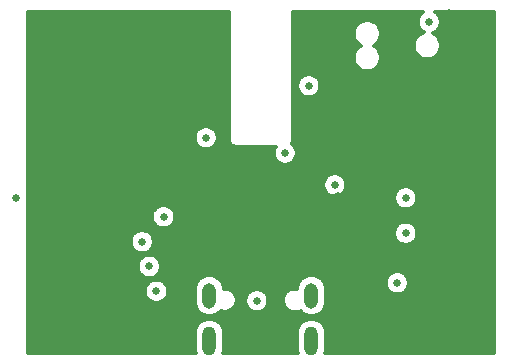
<source format=gbr>
%TF.GenerationSoftware,KiCad,Pcbnew,5.1.10-88a1d61d58~90~ubuntu20.04.1*%
%TF.CreationDate,2021-08-17T16:43:52+02:00*%
%TF.ProjectId,s1-ecg-demo,73312d65-6367-42d6-9465-6d6f2e6b6963,1*%
%TF.SameCoordinates,Original*%
%TF.FileFunction,Copper,L3,Inr*%
%TF.FilePolarity,Positive*%
%FSLAX46Y46*%
G04 Gerber Fmt 4.6, Leading zero omitted, Abs format (unit mm)*
G04 Created by KiCad (PCBNEW 5.1.10-88a1d61d58~90~ubuntu20.04.1) date 2021-08-17 16:43:52*
%MOMM*%
%LPD*%
G01*
G04 APERTURE LIST*
%TA.AperFunction,ComponentPad*%
%ADD10O,1.158000X2.458000*%
%TD*%
%TA.AperFunction,ComponentPad*%
%ADD11O,1.158000X2.158000*%
%TD*%
%TA.AperFunction,ViaPad*%
%ADD12C,0.650000*%
%TD*%
%TA.AperFunction,Conductor*%
%ADD13C,0.300000*%
%TD*%
%TA.AperFunction,Conductor*%
%ADD14C,0.100000*%
%TD*%
G04 APERTURE END LIST*
D10*
%TO.N,*%
%TO.C,J4*%
X134779998Y-116996000D03*
D11*
X134779998Y-113170999D03*
D10*
X143420001Y-116996000D03*
D11*
X143419601Y-113170999D03*
%TD*%
D12*
%TO.N,/ECG_OUT*%
X150700000Y-112100000D03*
%TO.N,GND*%
X122300000Y-89300000D03*
X129300000Y-89300000D03*
X135300000Y-89300000D03*
X143200000Y-97500000D03*
X136000000Y-111300000D03*
X145700000Y-104700000D03*
X135000000Y-92700000D03*
X143200000Y-92700000D03*
X143200000Y-89300000D03*
X149400000Y-90000000D03*
X147300000Y-100800000D03*
X125400000Y-94700000D03*
X126500000Y-96500000D03*
X124300000Y-96500000D03*
X125500000Y-98500000D03*
X141300000Y-109500000D03*
X141300000Y-106500000D03*
X141300000Y-103500000D03*
X120300000Y-91700000D03*
X120300000Y-107700000D03*
X122300000Y-117700000D03*
X120300000Y-115700000D03*
X120300000Y-99700000D03*
X129300000Y-117700000D03*
X155300000Y-117700000D03*
X147300000Y-117700000D03*
X155100000Y-89200000D03*
X157900000Y-92000000D03*
X157900000Y-99700000D03*
X157800000Y-107300000D03*
X157800000Y-115500000D03*
X142200000Y-111300000D03*
%TO.N,+1V8*%
X143200000Y-95399994D03*
X153399981Y-90000019D03*
X145399994Y-103800000D03*
%TO.N,/VBUS*%
X138800000Y-113600000D03*
X134500000Y-99800000D03*
%TO.N,/VBAT*%
X141200000Y-101100008D03*
%TO.N,/LED2*%
X129100000Y-108600000D03*
%TO.N,/LED3*%
X129700000Y-110700000D03*
%TO.N,/LED4*%
X130300000Y-112800000D03*
%TO.N,/LED1*%
X130900000Y-106500000D03*
%TO.N,Net-(J1-Pad1)*%
X118400000Y-104900000D03*
X151400000Y-104900000D03*
%TO.N,Net-(J3-Pad1)*%
X151400000Y-107900000D03*
%TD*%
D13*
%TO.N,GND*%
X136425000Y-99866841D02*
X136421734Y-99900000D01*
X136434767Y-100032323D01*
X136473364Y-100159561D01*
X136536042Y-100276824D01*
X136620394Y-100379606D01*
X136723176Y-100463958D01*
X136840439Y-100526636D01*
X136967677Y-100565233D01*
X137100000Y-100578266D01*
X137133159Y-100575000D01*
X140378176Y-100575000D01*
X140335966Y-100638172D01*
X140262468Y-100815611D01*
X140225000Y-101003979D01*
X140225000Y-101196037D01*
X140262468Y-101384405D01*
X140335966Y-101561844D01*
X140442668Y-101721535D01*
X140578473Y-101857340D01*
X140738164Y-101964042D01*
X140915603Y-102037540D01*
X141103971Y-102075008D01*
X141296029Y-102075008D01*
X141484397Y-102037540D01*
X141661836Y-101964042D01*
X141821527Y-101857340D01*
X141957332Y-101721535D01*
X142064034Y-101561844D01*
X142137532Y-101384405D01*
X142175000Y-101196037D01*
X142175000Y-101003979D01*
X142137532Y-100815611D01*
X142064034Y-100638172D01*
X141957332Y-100478481D01*
X141821527Y-100342676D01*
X141749443Y-100294511D01*
X141763958Y-100276824D01*
X141826636Y-100159561D01*
X141865233Y-100032323D01*
X141878266Y-99900000D01*
X141875000Y-99866841D01*
X141875000Y-95303965D01*
X142225000Y-95303965D01*
X142225000Y-95496023D01*
X142262468Y-95684391D01*
X142335966Y-95861830D01*
X142442668Y-96021521D01*
X142578473Y-96157326D01*
X142738164Y-96264028D01*
X142915603Y-96337526D01*
X143103971Y-96374994D01*
X143296029Y-96374994D01*
X143484397Y-96337526D01*
X143661836Y-96264028D01*
X143821527Y-96157326D01*
X143957332Y-96021521D01*
X144064034Y-95861830D01*
X144137532Y-95684391D01*
X144175000Y-95496023D01*
X144175000Y-95303965D01*
X144137532Y-95115597D01*
X144064034Y-94938158D01*
X143957332Y-94778467D01*
X143821527Y-94642662D01*
X143661836Y-94535960D01*
X143484397Y-94462462D01*
X143296029Y-94424994D01*
X143103971Y-94424994D01*
X142915603Y-94462462D01*
X142738164Y-94535960D01*
X142578473Y-94642662D01*
X142442668Y-94778467D01*
X142335966Y-94938158D01*
X142262468Y-95115597D01*
X142225000Y-95303965D01*
X141875000Y-95303965D01*
X141875000Y-90871198D01*
X147014700Y-90871198D01*
X147014700Y-91096802D01*
X147058713Y-91318072D01*
X147145048Y-91526503D01*
X147270387Y-91714086D01*
X147429914Y-91873613D01*
X147617497Y-91998952D01*
X147620027Y-92000000D01*
X147617497Y-92001048D01*
X147429914Y-92126387D01*
X147270387Y-92285914D01*
X147145048Y-92473497D01*
X147058713Y-92681928D01*
X147014700Y-92903198D01*
X147014700Y-93128802D01*
X147058713Y-93350072D01*
X147145048Y-93558503D01*
X147270387Y-93746086D01*
X147429914Y-93905613D01*
X147617497Y-94030952D01*
X147825928Y-94117287D01*
X148047198Y-94161300D01*
X148272802Y-94161300D01*
X148494072Y-94117287D01*
X148702503Y-94030952D01*
X148890086Y-93905613D01*
X149049613Y-93746086D01*
X149174952Y-93558503D01*
X149261287Y-93350072D01*
X149305300Y-93128802D01*
X149305300Y-92903198D01*
X149261287Y-92681928D01*
X149174952Y-92473497D01*
X149049613Y-92285914D01*
X148890086Y-92126387D01*
X148702503Y-92001048D01*
X148699973Y-92000000D01*
X148702503Y-91998952D01*
X148890086Y-91873613D01*
X149049613Y-91714086D01*
X149174952Y-91526503D01*
X149261287Y-91318072D01*
X149305300Y-91096802D01*
X149305300Y-90871198D01*
X149261287Y-90649928D01*
X149174952Y-90441497D01*
X149049613Y-90253914D01*
X148890086Y-90094387D01*
X148702503Y-89969048D01*
X148494072Y-89882713D01*
X148272802Y-89838700D01*
X148047198Y-89838700D01*
X147825928Y-89882713D01*
X147617497Y-89969048D01*
X147429914Y-90094387D01*
X147270387Y-90253914D01*
X147145048Y-90441497D01*
X147058713Y-90649928D01*
X147014700Y-90871198D01*
X141875000Y-90871198D01*
X141875000Y-89175000D01*
X152879755Y-89175000D01*
X152778454Y-89242687D01*
X152642649Y-89378492D01*
X152535947Y-89538183D01*
X152462449Y-89715622D01*
X152424981Y-89903990D01*
X152424981Y-90096048D01*
X152462449Y-90284416D01*
X152535947Y-90461855D01*
X152642649Y-90621546D01*
X152778454Y-90757351D01*
X152938145Y-90864053D01*
X152984223Y-90883139D01*
X152905928Y-90898713D01*
X152697497Y-90985048D01*
X152509914Y-91110387D01*
X152350387Y-91269914D01*
X152225048Y-91457497D01*
X152138713Y-91665928D01*
X152094700Y-91887198D01*
X152094700Y-92112802D01*
X152138713Y-92334072D01*
X152225048Y-92542503D01*
X152350387Y-92730086D01*
X152509914Y-92889613D01*
X152697497Y-93014952D01*
X152905928Y-93101287D01*
X153127198Y-93145300D01*
X153352802Y-93145300D01*
X153574072Y-93101287D01*
X153782503Y-93014952D01*
X153970086Y-92889613D01*
X154129613Y-92730086D01*
X154254952Y-92542503D01*
X154341287Y-92334072D01*
X154385300Y-92112802D01*
X154385300Y-91887198D01*
X154341287Y-91665928D01*
X154254952Y-91457497D01*
X154129613Y-91269914D01*
X153970086Y-91110387D01*
X153782503Y-90985048D01*
X153673202Y-90939774D01*
X153684378Y-90937551D01*
X153861817Y-90864053D01*
X154021508Y-90757351D01*
X154157313Y-90621546D01*
X154264015Y-90461855D01*
X154337513Y-90284416D01*
X154374981Y-90096048D01*
X154374981Y-89903990D01*
X154337513Y-89715622D01*
X154264015Y-89538183D01*
X154157313Y-89378492D01*
X154021508Y-89242687D01*
X153920207Y-89175000D01*
X158850000Y-89175000D01*
X158850000Y-118025000D01*
X144589333Y-118025000D01*
X144631218Y-117886926D01*
X144649001Y-117706371D01*
X144649001Y-116285629D01*
X144631218Y-116105074D01*
X144560942Y-115873407D01*
X144446821Y-115659901D01*
X144293240Y-115472761D01*
X144106099Y-115319180D01*
X143892593Y-115205059D01*
X143660926Y-115134783D01*
X143420001Y-115111054D01*
X143179075Y-115134783D01*
X142947408Y-115205059D01*
X142733902Y-115319180D01*
X142546762Y-115472761D01*
X142393181Y-115659902D01*
X142279060Y-115873408D01*
X142208784Y-116105075D01*
X142191001Y-116285630D01*
X142191001Y-117706371D01*
X142208784Y-117886926D01*
X142250669Y-118025000D01*
X135949330Y-118025000D01*
X135991215Y-117886926D01*
X136008998Y-117706371D01*
X136008998Y-116285629D01*
X135991215Y-116105074D01*
X135920939Y-115873407D01*
X135806818Y-115659901D01*
X135653237Y-115472761D01*
X135466096Y-115319180D01*
X135252590Y-115205059D01*
X135020923Y-115134783D01*
X134779998Y-115111054D01*
X134539072Y-115134783D01*
X134307405Y-115205059D01*
X134093899Y-115319180D01*
X133906759Y-115472761D01*
X133753178Y-115659902D01*
X133639057Y-115873408D01*
X133568781Y-116105075D01*
X133550998Y-116285630D01*
X133550998Y-117706371D01*
X133568781Y-117886926D01*
X133610666Y-118025000D01*
X119450000Y-118025000D01*
X119450000Y-112703971D01*
X129325000Y-112703971D01*
X129325000Y-112896029D01*
X129362468Y-113084397D01*
X129435966Y-113261836D01*
X129542668Y-113421527D01*
X129678473Y-113557332D01*
X129838164Y-113664034D01*
X130015603Y-113737532D01*
X130203971Y-113775000D01*
X130396029Y-113775000D01*
X130584397Y-113737532D01*
X130761836Y-113664034D01*
X130921527Y-113557332D01*
X131057332Y-113421527D01*
X131164034Y-113261836D01*
X131237532Y-113084397D01*
X131275000Y-112896029D01*
X131275000Y-112703971D01*
X131256434Y-112610629D01*
X133550998Y-112610629D01*
X133550998Y-113731370D01*
X133568781Y-113911925D01*
X133639057Y-114143592D01*
X133753179Y-114357098D01*
X133906760Y-114544238D01*
X134093900Y-114697819D01*
X134307406Y-114811940D01*
X134539073Y-114882216D01*
X134779998Y-114905945D01*
X135020924Y-114882216D01*
X135252591Y-114811940D01*
X135466097Y-114697819D01*
X135653237Y-114544238D01*
X135726710Y-114454711D01*
X135815603Y-114491532D01*
X136003971Y-114529000D01*
X136196029Y-114529000D01*
X136384397Y-114491532D01*
X136561836Y-114418034D01*
X136721527Y-114311332D01*
X136857332Y-114175527D01*
X136964034Y-114015836D01*
X137037532Y-113838397D01*
X137075000Y-113650029D01*
X137075000Y-113503971D01*
X137825000Y-113503971D01*
X137825000Y-113696029D01*
X137862468Y-113884397D01*
X137935966Y-114061836D01*
X138042668Y-114221527D01*
X138178473Y-114357332D01*
X138338164Y-114464034D01*
X138515603Y-114537532D01*
X138703971Y-114575000D01*
X138896029Y-114575000D01*
X139084397Y-114537532D01*
X139261836Y-114464034D01*
X139421527Y-114357332D01*
X139557332Y-114221527D01*
X139664034Y-114061836D01*
X139737532Y-113884397D01*
X139775000Y-113696029D01*
X139775000Y-113554001D01*
X141020282Y-113554001D01*
X141039107Y-113745134D01*
X141094859Y-113928922D01*
X141185394Y-114098303D01*
X141307234Y-114246766D01*
X141455697Y-114368606D01*
X141625078Y-114459141D01*
X141808866Y-114514893D01*
X141952107Y-114529001D01*
X142247891Y-114529001D01*
X142391132Y-114514893D01*
X142496139Y-114483039D01*
X142546363Y-114544238D01*
X142733503Y-114697819D01*
X142947009Y-114811940D01*
X143178676Y-114882216D01*
X143419601Y-114905945D01*
X143660527Y-114882216D01*
X143892194Y-114811940D01*
X144105700Y-114697819D01*
X144292840Y-114544238D01*
X144446421Y-114357098D01*
X144560542Y-114143592D01*
X144630818Y-113911925D01*
X144648601Y-113731370D01*
X144648601Y-112610628D01*
X144630818Y-112430073D01*
X144560542Y-112198406D01*
X144456615Y-112003971D01*
X149725000Y-112003971D01*
X149725000Y-112196029D01*
X149762468Y-112384397D01*
X149835966Y-112561836D01*
X149942668Y-112721527D01*
X150078473Y-112857332D01*
X150238164Y-112964034D01*
X150415603Y-113037532D01*
X150603971Y-113075000D01*
X150796029Y-113075000D01*
X150984397Y-113037532D01*
X151161836Y-112964034D01*
X151321527Y-112857332D01*
X151457332Y-112721527D01*
X151564034Y-112561836D01*
X151637532Y-112384397D01*
X151675000Y-112196029D01*
X151675000Y-112003971D01*
X151637532Y-111815603D01*
X151564034Y-111638164D01*
X151457332Y-111478473D01*
X151321527Y-111342668D01*
X151161836Y-111235966D01*
X150984397Y-111162468D01*
X150796029Y-111125000D01*
X150603971Y-111125000D01*
X150415603Y-111162468D01*
X150238164Y-111235966D01*
X150078473Y-111342668D01*
X149942668Y-111478473D01*
X149835966Y-111638164D01*
X149762468Y-111815603D01*
X149725000Y-112003971D01*
X144456615Y-112003971D01*
X144446421Y-111984900D01*
X144292840Y-111797760D01*
X144105699Y-111644179D01*
X143892193Y-111530058D01*
X143660526Y-111459782D01*
X143419601Y-111436053D01*
X143178675Y-111459782D01*
X142947008Y-111530058D01*
X142733502Y-111644179D01*
X142546362Y-111797760D01*
X142392781Y-111984901D01*
X142278660Y-112198407D01*
X142208384Y-112430074D01*
X142193716Y-112579001D01*
X141952107Y-112579001D01*
X141808866Y-112593109D01*
X141625078Y-112648861D01*
X141455697Y-112739396D01*
X141307234Y-112861236D01*
X141185394Y-113009699D01*
X141094859Y-113179080D01*
X141039107Y-113362868D01*
X141020282Y-113554001D01*
X139775000Y-113554001D01*
X139775000Y-113503971D01*
X139737532Y-113315603D01*
X139664034Y-113138164D01*
X139557332Y-112978473D01*
X139421527Y-112842668D01*
X139261836Y-112735966D01*
X139084397Y-112662468D01*
X138896029Y-112625000D01*
X138703971Y-112625000D01*
X138515603Y-112662468D01*
X138338164Y-112735966D01*
X138178473Y-112842668D01*
X138042668Y-112978473D01*
X137935966Y-113138164D01*
X137862468Y-113315603D01*
X137825000Y-113503971D01*
X137075000Y-113503971D01*
X137075000Y-113457971D01*
X137037532Y-113269603D01*
X136964034Y-113092164D01*
X136857332Y-112932473D01*
X136721527Y-112796668D01*
X136561836Y-112689966D01*
X136384397Y-112616468D01*
X136196029Y-112579000D01*
X136005883Y-112579000D01*
X135991215Y-112430073D01*
X135920939Y-112198406D01*
X135806818Y-111984900D01*
X135653237Y-111797760D01*
X135466096Y-111644179D01*
X135252590Y-111530058D01*
X135020923Y-111459782D01*
X134779998Y-111436053D01*
X134539072Y-111459782D01*
X134307405Y-111530058D01*
X134093899Y-111644179D01*
X133906759Y-111797760D01*
X133753178Y-111984901D01*
X133639057Y-112198407D01*
X133568781Y-112430074D01*
X133550998Y-112610629D01*
X131256434Y-112610629D01*
X131237532Y-112515603D01*
X131164034Y-112338164D01*
X131057332Y-112178473D01*
X130921527Y-112042668D01*
X130761836Y-111935966D01*
X130584397Y-111862468D01*
X130396029Y-111825000D01*
X130203971Y-111825000D01*
X130015603Y-111862468D01*
X129838164Y-111935966D01*
X129678473Y-112042668D01*
X129542668Y-112178473D01*
X129435966Y-112338164D01*
X129362468Y-112515603D01*
X129325000Y-112703971D01*
X119450000Y-112703971D01*
X119450000Y-110603971D01*
X128725000Y-110603971D01*
X128725000Y-110796029D01*
X128762468Y-110984397D01*
X128835966Y-111161836D01*
X128942668Y-111321527D01*
X129078473Y-111457332D01*
X129238164Y-111564034D01*
X129415603Y-111637532D01*
X129603971Y-111675000D01*
X129796029Y-111675000D01*
X129984397Y-111637532D01*
X130161836Y-111564034D01*
X130321527Y-111457332D01*
X130457332Y-111321527D01*
X130564034Y-111161836D01*
X130637532Y-110984397D01*
X130675000Y-110796029D01*
X130675000Y-110603971D01*
X130637532Y-110415603D01*
X130564034Y-110238164D01*
X130457332Y-110078473D01*
X130321527Y-109942668D01*
X130161836Y-109835966D01*
X129984397Y-109762468D01*
X129796029Y-109725000D01*
X129603971Y-109725000D01*
X129415603Y-109762468D01*
X129238164Y-109835966D01*
X129078473Y-109942668D01*
X128942668Y-110078473D01*
X128835966Y-110238164D01*
X128762468Y-110415603D01*
X128725000Y-110603971D01*
X119450000Y-110603971D01*
X119450000Y-108503971D01*
X128125000Y-108503971D01*
X128125000Y-108696029D01*
X128162468Y-108884397D01*
X128235966Y-109061836D01*
X128342668Y-109221527D01*
X128478473Y-109357332D01*
X128638164Y-109464034D01*
X128815603Y-109537532D01*
X129003971Y-109575000D01*
X129196029Y-109575000D01*
X129384397Y-109537532D01*
X129561836Y-109464034D01*
X129721527Y-109357332D01*
X129857332Y-109221527D01*
X129964034Y-109061836D01*
X130037532Y-108884397D01*
X130075000Y-108696029D01*
X130075000Y-108503971D01*
X130037532Y-108315603D01*
X129964034Y-108138164D01*
X129857332Y-107978473D01*
X129721527Y-107842668D01*
X129663613Y-107803971D01*
X150425000Y-107803971D01*
X150425000Y-107996029D01*
X150462468Y-108184397D01*
X150535966Y-108361836D01*
X150642668Y-108521527D01*
X150778473Y-108657332D01*
X150938164Y-108764034D01*
X151115603Y-108837532D01*
X151303971Y-108875000D01*
X151496029Y-108875000D01*
X151684397Y-108837532D01*
X151861836Y-108764034D01*
X152021527Y-108657332D01*
X152157332Y-108521527D01*
X152264034Y-108361836D01*
X152337532Y-108184397D01*
X152375000Y-107996029D01*
X152375000Y-107803971D01*
X152337532Y-107615603D01*
X152264034Y-107438164D01*
X152157332Y-107278473D01*
X152021527Y-107142668D01*
X151861836Y-107035966D01*
X151684397Y-106962468D01*
X151496029Y-106925000D01*
X151303971Y-106925000D01*
X151115603Y-106962468D01*
X150938164Y-107035966D01*
X150778473Y-107142668D01*
X150642668Y-107278473D01*
X150535966Y-107438164D01*
X150462468Y-107615603D01*
X150425000Y-107803971D01*
X129663613Y-107803971D01*
X129561836Y-107735966D01*
X129384397Y-107662468D01*
X129196029Y-107625000D01*
X129003971Y-107625000D01*
X128815603Y-107662468D01*
X128638164Y-107735966D01*
X128478473Y-107842668D01*
X128342668Y-107978473D01*
X128235966Y-108138164D01*
X128162468Y-108315603D01*
X128125000Y-108503971D01*
X119450000Y-108503971D01*
X119450000Y-106403971D01*
X129925000Y-106403971D01*
X129925000Y-106596029D01*
X129962468Y-106784397D01*
X130035966Y-106961836D01*
X130142668Y-107121527D01*
X130278473Y-107257332D01*
X130438164Y-107364034D01*
X130615603Y-107437532D01*
X130803971Y-107475000D01*
X130996029Y-107475000D01*
X131184397Y-107437532D01*
X131361836Y-107364034D01*
X131521527Y-107257332D01*
X131657332Y-107121527D01*
X131764034Y-106961836D01*
X131837532Y-106784397D01*
X131875000Y-106596029D01*
X131875000Y-106403971D01*
X131837532Y-106215603D01*
X131764034Y-106038164D01*
X131657332Y-105878473D01*
X131521527Y-105742668D01*
X131361836Y-105635966D01*
X131184397Y-105562468D01*
X130996029Y-105525000D01*
X130803971Y-105525000D01*
X130615603Y-105562468D01*
X130438164Y-105635966D01*
X130278473Y-105742668D01*
X130142668Y-105878473D01*
X130035966Y-106038164D01*
X129962468Y-106215603D01*
X129925000Y-106403971D01*
X119450000Y-106403971D01*
X119450000Y-104803971D01*
X150425000Y-104803971D01*
X150425000Y-104996029D01*
X150462468Y-105184397D01*
X150535966Y-105361836D01*
X150642668Y-105521527D01*
X150778473Y-105657332D01*
X150938164Y-105764034D01*
X151115603Y-105837532D01*
X151303971Y-105875000D01*
X151496029Y-105875000D01*
X151684397Y-105837532D01*
X151861836Y-105764034D01*
X152021527Y-105657332D01*
X152157332Y-105521527D01*
X152264034Y-105361836D01*
X152337532Y-105184397D01*
X152375000Y-104996029D01*
X152375000Y-104803971D01*
X152337532Y-104615603D01*
X152264034Y-104438164D01*
X152157332Y-104278473D01*
X152021527Y-104142668D01*
X151861836Y-104035966D01*
X151684397Y-103962468D01*
X151496029Y-103925000D01*
X151303971Y-103925000D01*
X151115603Y-103962468D01*
X150938164Y-104035966D01*
X150778473Y-104142668D01*
X150642668Y-104278473D01*
X150535966Y-104438164D01*
X150462468Y-104615603D01*
X150425000Y-104803971D01*
X119450000Y-104803971D01*
X119450000Y-103703971D01*
X144424994Y-103703971D01*
X144424994Y-103896029D01*
X144462462Y-104084397D01*
X144535960Y-104261836D01*
X144642662Y-104421527D01*
X144778467Y-104557332D01*
X144938158Y-104664034D01*
X145115597Y-104737532D01*
X145303965Y-104775000D01*
X145496023Y-104775000D01*
X145684391Y-104737532D01*
X145861830Y-104664034D01*
X146021521Y-104557332D01*
X146157326Y-104421527D01*
X146264028Y-104261836D01*
X146337526Y-104084397D01*
X146374994Y-103896029D01*
X146374994Y-103703971D01*
X146337526Y-103515603D01*
X146264028Y-103338164D01*
X146157326Y-103178473D01*
X146021521Y-103042668D01*
X145861830Y-102935966D01*
X145684391Y-102862468D01*
X145496023Y-102825000D01*
X145303965Y-102825000D01*
X145115597Y-102862468D01*
X144938158Y-102935966D01*
X144778467Y-103042668D01*
X144642662Y-103178473D01*
X144535960Y-103338164D01*
X144462462Y-103515603D01*
X144424994Y-103703971D01*
X119450000Y-103703971D01*
X119450000Y-99703971D01*
X133525000Y-99703971D01*
X133525000Y-99896029D01*
X133562468Y-100084397D01*
X133635966Y-100261836D01*
X133742668Y-100421527D01*
X133878473Y-100557332D01*
X134038164Y-100664034D01*
X134215603Y-100737532D01*
X134403971Y-100775000D01*
X134596029Y-100775000D01*
X134784397Y-100737532D01*
X134961836Y-100664034D01*
X135121527Y-100557332D01*
X135257332Y-100421527D01*
X135364034Y-100261836D01*
X135437532Y-100084397D01*
X135475000Y-99896029D01*
X135475000Y-99703971D01*
X135437532Y-99515603D01*
X135364034Y-99338164D01*
X135257332Y-99178473D01*
X135121527Y-99042668D01*
X134961836Y-98935966D01*
X134784397Y-98862468D01*
X134596029Y-98825000D01*
X134403971Y-98825000D01*
X134215603Y-98862468D01*
X134038164Y-98935966D01*
X133878473Y-99042668D01*
X133742668Y-99178473D01*
X133635966Y-99338164D01*
X133562468Y-99515603D01*
X133525000Y-99703971D01*
X119450000Y-99703971D01*
X119450000Y-89175000D01*
X136425001Y-89175000D01*
X136425000Y-99866841D01*
%TA.AperFunction,Conductor*%
D14*
G36*
X136425000Y-99866841D02*
G01*
X136421734Y-99900000D01*
X136434767Y-100032323D01*
X136473364Y-100159561D01*
X136536042Y-100276824D01*
X136620394Y-100379606D01*
X136723176Y-100463958D01*
X136840439Y-100526636D01*
X136967677Y-100565233D01*
X137100000Y-100578266D01*
X137133159Y-100575000D01*
X140378176Y-100575000D01*
X140335966Y-100638172D01*
X140262468Y-100815611D01*
X140225000Y-101003979D01*
X140225000Y-101196037D01*
X140262468Y-101384405D01*
X140335966Y-101561844D01*
X140442668Y-101721535D01*
X140578473Y-101857340D01*
X140738164Y-101964042D01*
X140915603Y-102037540D01*
X141103971Y-102075008D01*
X141296029Y-102075008D01*
X141484397Y-102037540D01*
X141661836Y-101964042D01*
X141821527Y-101857340D01*
X141957332Y-101721535D01*
X142064034Y-101561844D01*
X142137532Y-101384405D01*
X142175000Y-101196037D01*
X142175000Y-101003979D01*
X142137532Y-100815611D01*
X142064034Y-100638172D01*
X141957332Y-100478481D01*
X141821527Y-100342676D01*
X141749443Y-100294511D01*
X141763958Y-100276824D01*
X141826636Y-100159561D01*
X141865233Y-100032323D01*
X141878266Y-99900000D01*
X141875000Y-99866841D01*
X141875000Y-95303965D01*
X142225000Y-95303965D01*
X142225000Y-95496023D01*
X142262468Y-95684391D01*
X142335966Y-95861830D01*
X142442668Y-96021521D01*
X142578473Y-96157326D01*
X142738164Y-96264028D01*
X142915603Y-96337526D01*
X143103971Y-96374994D01*
X143296029Y-96374994D01*
X143484397Y-96337526D01*
X143661836Y-96264028D01*
X143821527Y-96157326D01*
X143957332Y-96021521D01*
X144064034Y-95861830D01*
X144137532Y-95684391D01*
X144175000Y-95496023D01*
X144175000Y-95303965D01*
X144137532Y-95115597D01*
X144064034Y-94938158D01*
X143957332Y-94778467D01*
X143821527Y-94642662D01*
X143661836Y-94535960D01*
X143484397Y-94462462D01*
X143296029Y-94424994D01*
X143103971Y-94424994D01*
X142915603Y-94462462D01*
X142738164Y-94535960D01*
X142578473Y-94642662D01*
X142442668Y-94778467D01*
X142335966Y-94938158D01*
X142262468Y-95115597D01*
X142225000Y-95303965D01*
X141875000Y-95303965D01*
X141875000Y-90871198D01*
X147014700Y-90871198D01*
X147014700Y-91096802D01*
X147058713Y-91318072D01*
X147145048Y-91526503D01*
X147270387Y-91714086D01*
X147429914Y-91873613D01*
X147617497Y-91998952D01*
X147620027Y-92000000D01*
X147617497Y-92001048D01*
X147429914Y-92126387D01*
X147270387Y-92285914D01*
X147145048Y-92473497D01*
X147058713Y-92681928D01*
X147014700Y-92903198D01*
X147014700Y-93128802D01*
X147058713Y-93350072D01*
X147145048Y-93558503D01*
X147270387Y-93746086D01*
X147429914Y-93905613D01*
X147617497Y-94030952D01*
X147825928Y-94117287D01*
X148047198Y-94161300D01*
X148272802Y-94161300D01*
X148494072Y-94117287D01*
X148702503Y-94030952D01*
X148890086Y-93905613D01*
X149049613Y-93746086D01*
X149174952Y-93558503D01*
X149261287Y-93350072D01*
X149305300Y-93128802D01*
X149305300Y-92903198D01*
X149261287Y-92681928D01*
X149174952Y-92473497D01*
X149049613Y-92285914D01*
X148890086Y-92126387D01*
X148702503Y-92001048D01*
X148699973Y-92000000D01*
X148702503Y-91998952D01*
X148890086Y-91873613D01*
X149049613Y-91714086D01*
X149174952Y-91526503D01*
X149261287Y-91318072D01*
X149305300Y-91096802D01*
X149305300Y-90871198D01*
X149261287Y-90649928D01*
X149174952Y-90441497D01*
X149049613Y-90253914D01*
X148890086Y-90094387D01*
X148702503Y-89969048D01*
X148494072Y-89882713D01*
X148272802Y-89838700D01*
X148047198Y-89838700D01*
X147825928Y-89882713D01*
X147617497Y-89969048D01*
X147429914Y-90094387D01*
X147270387Y-90253914D01*
X147145048Y-90441497D01*
X147058713Y-90649928D01*
X147014700Y-90871198D01*
X141875000Y-90871198D01*
X141875000Y-89175000D01*
X152879755Y-89175000D01*
X152778454Y-89242687D01*
X152642649Y-89378492D01*
X152535947Y-89538183D01*
X152462449Y-89715622D01*
X152424981Y-89903990D01*
X152424981Y-90096048D01*
X152462449Y-90284416D01*
X152535947Y-90461855D01*
X152642649Y-90621546D01*
X152778454Y-90757351D01*
X152938145Y-90864053D01*
X152984223Y-90883139D01*
X152905928Y-90898713D01*
X152697497Y-90985048D01*
X152509914Y-91110387D01*
X152350387Y-91269914D01*
X152225048Y-91457497D01*
X152138713Y-91665928D01*
X152094700Y-91887198D01*
X152094700Y-92112802D01*
X152138713Y-92334072D01*
X152225048Y-92542503D01*
X152350387Y-92730086D01*
X152509914Y-92889613D01*
X152697497Y-93014952D01*
X152905928Y-93101287D01*
X153127198Y-93145300D01*
X153352802Y-93145300D01*
X153574072Y-93101287D01*
X153782503Y-93014952D01*
X153970086Y-92889613D01*
X154129613Y-92730086D01*
X154254952Y-92542503D01*
X154341287Y-92334072D01*
X154385300Y-92112802D01*
X154385300Y-91887198D01*
X154341287Y-91665928D01*
X154254952Y-91457497D01*
X154129613Y-91269914D01*
X153970086Y-91110387D01*
X153782503Y-90985048D01*
X153673202Y-90939774D01*
X153684378Y-90937551D01*
X153861817Y-90864053D01*
X154021508Y-90757351D01*
X154157313Y-90621546D01*
X154264015Y-90461855D01*
X154337513Y-90284416D01*
X154374981Y-90096048D01*
X154374981Y-89903990D01*
X154337513Y-89715622D01*
X154264015Y-89538183D01*
X154157313Y-89378492D01*
X154021508Y-89242687D01*
X153920207Y-89175000D01*
X158850000Y-89175000D01*
X158850000Y-118025000D01*
X144589333Y-118025000D01*
X144631218Y-117886926D01*
X144649001Y-117706371D01*
X144649001Y-116285629D01*
X144631218Y-116105074D01*
X144560942Y-115873407D01*
X144446821Y-115659901D01*
X144293240Y-115472761D01*
X144106099Y-115319180D01*
X143892593Y-115205059D01*
X143660926Y-115134783D01*
X143420001Y-115111054D01*
X143179075Y-115134783D01*
X142947408Y-115205059D01*
X142733902Y-115319180D01*
X142546762Y-115472761D01*
X142393181Y-115659902D01*
X142279060Y-115873408D01*
X142208784Y-116105075D01*
X142191001Y-116285630D01*
X142191001Y-117706371D01*
X142208784Y-117886926D01*
X142250669Y-118025000D01*
X135949330Y-118025000D01*
X135991215Y-117886926D01*
X136008998Y-117706371D01*
X136008998Y-116285629D01*
X135991215Y-116105074D01*
X135920939Y-115873407D01*
X135806818Y-115659901D01*
X135653237Y-115472761D01*
X135466096Y-115319180D01*
X135252590Y-115205059D01*
X135020923Y-115134783D01*
X134779998Y-115111054D01*
X134539072Y-115134783D01*
X134307405Y-115205059D01*
X134093899Y-115319180D01*
X133906759Y-115472761D01*
X133753178Y-115659902D01*
X133639057Y-115873408D01*
X133568781Y-116105075D01*
X133550998Y-116285630D01*
X133550998Y-117706371D01*
X133568781Y-117886926D01*
X133610666Y-118025000D01*
X119450000Y-118025000D01*
X119450000Y-112703971D01*
X129325000Y-112703971D01*
X129325000Y-112896029D01*
X129362468Y-113084397D01*
X129435966Y-113261836D01*
X129542668Y-113421527D01*
X129678473Y-113557332D01*
X129838164Y-113664034D01*
X130015603Y-113737532D01*
X130203971Y-113775000D01*
X130396029Y-113775000D01*
X130584397Y-113737532D01*
X130761836Y-113664034D01*
X130921527Y-113557332D01*
X131057332Y-113421527D01*
X131164034Y-113261836D01*
X131237532Y-113084397D01*
X131275000Y-112896029D01*
X131275000Y-112703971D01*
X131256434Y-112610629D01*
X133550998Y-112610629D01*
X133550998Y-113731370D01*
X133568781Y-113911925D01*
X133639057Y-114143592D01*
X133753179Y-114357098D01*
X133906760Y-114544238D01*
X134093900Y-114697819D01*
X134307406Y-114811940D01*
X134539073Y-114882216D01*
X134779998Y-114905945D01*
X135020924Y-114882216D01*
X135252591Y-114811940D01*
X135466097Y-114697819D01*
X135653237Y-114544238D01*
X135726710Y-114454711D01*
X135815603Y-114491532D01*
X136003971Y-114529000D01*
X136196029Y-114529000D01*
X136384397Y-114491532D01*
X136561836Y-114418034D01*
X136721527Y-114311332D01*
X136857332Y-114175527D01*
X136964034Y-114015836D01*
X137037532Y-113838397D01*
X137075000Y-113650029D01*
X137075000Y-113503971D01*
X137825000Y-113503971D01*
X137825000Y-113696029D01*
X137862468Y-113884397D01*
X137935966Y-114061836D01*
X138042668Y-114221527D01*
X138178473Y-114357332D01*
X138338164Y-114464034D01*
X138515603Y-114537532D01*
X138703971Y-114575000D01*
X138896029Y-114575000D01*
X139084397Y-114537532D01*
X139261836Y-114464034D01*
X139421527Y-114357332D01*
X139557332Y-114221527D01*
X139664034Y-114061836D01*
X139737532Y-113884397D01*
X139775000Y-113696029D01*
X139775000Y-113554001D01*
X141020282Y-113554001D01*
X141039107Y-113745134D01*
X141094859Y-113928922D01*
X141185394Y-114098303D01*
X141307234Y-114246766D01*
X141455697Y-114368606D01*
X141625078Y-114459141D01*
X141808866Y-114514893D01*
X141952107Y-114529001D01*
X142247891Y-114529001D01*
X142391132Y-114514893D01*
X142496139Y-114483039D01*
X142546363Y-114544238D01*
X142733503Y-114697819D01*
X142947009Y-114811940D01*
X143178676Y-114882216D01*
X143419601Y-114905945D01*
X143660527Y-114882216D01*
X143892194Y-114811940D01*
X144105700Y-114697819D01*
X144292840Y-114544238D01*
X144446421Y-114357098D01*
X144560542Y-114143592D01*
X144630818Y-113911925D01*
X144648601Y-113731370D01*
X144648601Y-112610628D01*
X144630818Y-112430073D01*
X144560542Y-112198406D01*
X144456615Y-112003971D01*
X149725000Y-112003971D01*
X149725000Y-112196029D01*
X149762468Y-112384397D01*
X149835966Y-112561836D01*
X149942668Y-112721527D01*
X150078473Y-112857332D01*
X150238164Y-112964034D01*
X150415603Y-113037532D01*
X150603971Y-113075000D01*
X150796029Y-113075000D01*
X150984397Y-113037532D01*
X151161836Y-112964034D01*
X151321527Y-112857332D01*
X151457332Y-112721527D01*
X151564034Y-112561836D01*
X151637532Y-112384397D01*
X151675000Y-112196029D01*
X151675000Y-112003971D01*
X151637532Y-111815603D01*
X151564034Y-111638164D01*
X151457332Y-111478473D01*
X151321527Y-111342668D01*
X151161836Y-111235966D01*
X150984397Y-111162468D01*
X150796029Y-111125000D01*
X150603971Y-111125000D01*
X150415603Y-111162468D01*
X150238164Y-111235966D01*
X150078473Y-111342668D01*
X149942668Y-111478473D01*
X149835966Y-111638164D01*
X149762468Y-111815603D01*
X149725000Y-112003971D01*
X144456615Y-112003971D01*
X144446421Y-111984900D01*
X144292840Y-111797760D01*
X144105699Y-111644179D01*
X143892193Y-111530058D01*
X143660526Y-111459782D01*
X143419601Y-111436053D01*
X143178675Y-111459782D01*
X142947008Y-111530058D01*
X142733502Y-111644179D01*
X142546362Y-111797760D01*
X142392781Y-111984901D01*
X142278660Y-112198407D01*
X142208384Y-112430074D01*
X142193716Y-112579001D01*
X141952107Y-112579001D01*
X141808866Y-112593109D01*
X141625078Y-112648861D01*
X141455697Y-112739396D01*
X141307234Y-112861236D01*
X141185394Y-113009699D01*
X141094859Y-113179080D01*
X141039107Y-113362868D01*
X141020282Y-113554001D01*
X139775000Y-113554001D01*
X139775000Y-113503971D01*
X139737532Y-113315603D01*
X139664034Y-113138164D01*
X139557332Y-112978473D01*
X139421527Y-112842668D01*
X139261836Y-112735966D01*
X139084397Y-112662468D01*
X138896029Y-112625000D01*
X138703971Y-112625000D01*
X138515603Y-112662468D01*
X138338164Y-112735966D01*
X138178473Y-112842668D01*
X138042668Y-112978473D01*
X137935966Y-113138164D01*
X137862468Y-113315603D01*
X137825000Y-113503971D01*
X137075000Y-113503971D01*
X137075000Y-113457971D01*
X137037532Y-113269603D01*
X136964034Y-113092164D01*
X136857332Y-112932473D01*
X136721527Y-112796668D01*
X136561836Y-112689966D01*
X136384397Y-112616468D01*
X136196029Y-112579000D01*
X136005883Y-112579000D01*
X135991215Y-112430073D01*
X135920939Y-112198406D01*
X135806818Y-111984900D01*
X135653237Y-111797760D01*
X135466096Y-111644179D01*
X135252590Y-111530058D01*
X135020923Y-111459782D01*
X134779998Y-111436053D01*
X134539072Y-111459782D01*
X134307405Y-111530058D01*
X134093899Y-111644179D01*
X133906759Y-111797760D01*
X133753178Y-111984901D01*
X133639057Y-112198407D01*
X133568781Y-112430074D01*
X133550998Y-112610629D01*
X131256434Y-112610629D01*
X131237532Y-112515603D01*
X131164034Y-112338164D01*
X131057332Y-112178473D01*
X130921527Y-112042668D01*
X130761836Y-111935966D01*
X130584397Y-111862468D01*
X130396029Y-111825000D01*
X130203971Y-111825000D01*
X130015603Y-111862468D01*
X129838164Y-111935966D01*
X129678473Y-112042668D01*
X129542668Y-112178473D01*
X129435966Y-112338164D01*
X129362468Y-112515603D01*
X129325000Y-112703971D01*
X119450000Y-112703971D01*
X119450000Y-110603971D01*
X128725000Y-110603971D01*
X128725000Y-110796029D01*
X128762468Y-110984397D01*
X128835966Y-111161836D01*
X128942668Y-111321527D01*
X129078473Y-111457332D01*
X129238164Y-111564034D01*
X129415603Y-111637532D01*
X129603971Y-111675000D01*
X129796029Y-111675000D01*
X129984397Y-111637532D01*
X130161836Y-111564034D01*
X130321527Y-111457332D01*
X130457332Y-111321527D01*
X130564034Y-111161836D01*
X130637532Y-110984397D01*
X130675000Y-110796029D01*
X130675000Y-110603971D01*
X130637532Y-110415603D01*
X130564034Y-110238164D01*
X130457332Y-110078473D01*
X130321527Y-109942668D01*
X130161836Y-109835966D01*
X129984397Y-109762468D01*
X129796029Y-109725000D01*
X129603971Y-109725000D01*
X129415603Y-109762468D01*
X129238164Y-109835966D01*
X129078473Y-109942668D01*
X128942668Y-110078473D01*
X128835966Y-110238164D01*
X128762468Y-110415603D01*
X128725000Y-110603971D01*
X119450000Y-110603971D01*
X119450000Y-108503971D01*
X128125000Y-108503971D01*
X128125000Y-108696029D01*
X128162468Y-108884397D01*
X128235966Y-109061836D01*
X128342668Y-109221527D01*
X128478473Y-109357332D01*
X128638164Y-109464034D01*
X128815603Y-109537532D01*
X129003971Y-109575000D01*
X129196029Y-109575000D01*
X129384397Y-109537532D01*
X129561836Y-109464034D01*
X129721527Y-109357332D01*
X129857332Y-109221527D01*
X129964034Y-109061836D01*
X130037532Y-108884397D01*
X130075000Y-108696029D01*
X130075000Y-108503971D01*
X130037532Y-108315603D01*
X129964034Y-108138164D01*
X129857332Y-107978473D01*
X129721527Y-107842668D01*
X129663613Y-107803971D01*
X150425000Y-107803971D01*
X150425000Y-107996029D01*
X150462468Y-108184397D01*
X150535966Y-108361836D01*
X150642668Y-108521527D01*
X150778473Y-108657332D01*
X150938164Y-108764034D01*
X151115603Y-108837532D01*
X151303971Y-108875000D01*
X151496029Y-108875000D01*
X151684397Y-108837532D01*
X151861836Y-108764034D01*
X152021527Y-108657332D01*
X152157332Y-108521527D01*
X152264034Y-108361836D01*
X152337532Y-108184397D01*
X152375000Y-107996029D01*
X152375000Y-107803971D01*
X152337532Y-107615603D01*
X152264034Y-107438164D01*
X152157332Y-107278473D01*
X152021527Y-107142668D01*
X151861836Y-107035966D01*
X151684397Y-106962468D01*
X151496029Y-106925000D01*
X151303971Y-106925000D01*
X151115603Y-106962468D01*
X150938164Y-107035966D01*
X150778473Y-107142668D01*
X150642668Y-107278473D01*
X150535966Y-107438164D01*
X150462468Y-107615603D01*
X150425000Y-107803971D01*
X129663613Y-107803971D01*
X129561836Y-107735966D01*
X129384397Y-107662468D01*
X129196029Y-107625000D01*
X129003971Y-107625000D01*
X128815603Y-107662468D01*
X128638164Y-107735966D01*
X128478473Y-107842668D01*
X128342668Y-107978473D01*
X128235966Y-108138164D01*
X128162468Y-108315603D01*
X128125000Y-108503971D01*
X119450000Y-108503971D01*
X119450000Y-106403971D01*
X129925000Y-106403971D01*
X129925000Y-106596029D01*
X129962468Y-106784397D01*
X130035966Y-106961836D01*
X130142668Y-107121527D01*
X130278473Y-107257332D01*
X130438164Y-107364034D01*
X130615603Y-107437532D01*
X130803971Y-107475000D01*
X130996029Y-107475000D01*
X131184397Y-107437532D01*
X131361836Y-107364034D01*
X131521527Y-107257332D01*
X131657332Y-107121527D01*
X131764034Y-106961836D01*
X131837532Y-106784397D01*
X131875000Y-106596029D01*
X131875000Y-106403971D01*
X131837532Y-106215603D01*
X131764034Y-106038164D01*
X131657332Y-105878473D01*
X131521527Y-105742668D01*
X131361836Y-105635966D01*
X131184397Y-105562468D01*
X130996029Y-105525000D01*
X130803971Y-105525000D01*
X130615603Y-105562468D01*
X130438164Y-105635966D01*
X130278473Y-105742668D01*
X130142668Y-105878473D01*
X130035966Y-106038164D01*
X129962468Y-106215603D01*
X129925000Y-106403971D01*
X119450000Y-106403971D01*
X119450000Y-104803971D01*
X150425000Y-104803971D01*
X150425000Y-104996029D01*
X150462468Y-105184397D01*
X150535966Y-105361836D01*
X150642668Y-105521527D01*
X150778473Y-105657332D01*
X150938164Y-105764034D01*
X151115603Y-105837532D01*
X151303971Y-105875000D01*
X151496029Y-105875000D01*
X151684397Y-105837532D01*
X151861836Y-105764034D01*
X152021527Y-105657332D01*
X152157332Y-105521527D01*
X152264034Y-105361836D01*
X152337532Y-105184397D01*
X152375000Y-104996029D01*
X152375000Y-104803971D01*
X152337532Y-104615603D01*
X152264034Y-104438164D01*
X152157332Y-104278473D01*
X152021527Y-104142668D01*
X151861836Y-104035966D01*
X151684397Y-103962468D01*
X151496029Y-103925000D01*
X151303971Y-103925000D01*
X151115603Y-103962468D01*
X150938164Y-104035966D01*
X150778473Y-104142668D01*
X150642668Y-104278473D01*
X150535966Y-104438164D01*
X150462468Y-104615603D01*
X150425000Y-104803971D01*
X119450000Y-104803971D01*
X119450000Y-103703971D01*
X144424994Y-103703971D01*
X144424994Y-103896029D01*
X144462462Y-104084397D01*
X144535960Y-104261836D01*
X144642662Y-104421527D01*
X144778467Y-104557332D01*
X144938158Y-104664034D01*
X145115597Y-104737532D01*
X145303965Y-104775000D01*
X145496023Y-104775000D01*
X145684391Y-104737532D01*
X145861830Y-104664034D01*
X146021521Y-104557332D01*
X146157326Y-104421527D01*
X146264028Y-104261836D01*
X146337526Y-104084397D01*
X146374994Y-103896029D01*
X146374994Y-103703971D01*
X146337526Y-103515603D01*
X146264028Y-103338164D01*
X146157326Y-103178473D01*
X146021521Y-103042668D01*
X145861830Y-102935966D01*
X145684391Y-102862468D01*
X145496023Y-102825000D01*
X145303965Y-102825000D01*
X145115597Y-102862468D01*
X144938158Y-102935966D01*
X144778467Y-103042668D01*
X144642662Y-103178473D01*
X144535960Y-103338164D01*
X144462462Y-103515603D01*
X144424994Y-103703971D01*
X119450000Y-103703971D01*
X119450000Y-99703971D01*
X133525000Y-99703971D01*
X133525000Y-99896029D01*
X133562468Y-100084397D01*
X133635966Y-100261836D01*
X133742668Y-100421527D01*
X133878473Y-100557332D01*
X134038164Y-100664034D01*
X134215603Y-100737532D01*
X134403971Y-100775000D01*
X134596029Y-100775000D01*
X134784397Y-100737532D01*
X134961836Y-100664034D01*
X135121527Y-100557332D01*
X135257332Y-100421527D01*
X135364034Y-100261836D01*
X135437532Y-100084397D01*
X135475000Y-99896029D01*
X135475000Y-99703971D01*
X135437532Y-99515603D01*
X135364034Y-99338164D01*
X135257332Y-99178473D01*
X135121527Y-99042668D01*
X134961836Y-98935966D01*
X134784397Y-98862468D01*
X134596029Y-98825000D01*
X134403971Y-98825000D01*
X134215603Y-98862468D01*
X134038164Y-98935966D01*
X133878473Y-99042668D01*
X133742668Y-99178473D01*
X133635966Y-99338164D01*
X133562468Y-99515603D01*
X133525000Y-99703971D01*
X119450000Y-99703971D01*
X119450000Y-89175000D01*
X136425001Y-89175000D01*
X136425000Y-99866841D01*
G37*
%TD.AperFunction*%
%TD*%
M02*

</source>
